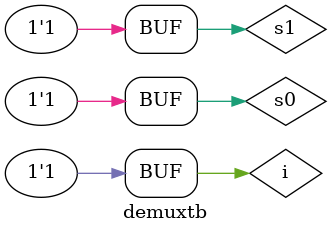
<source format=v>
module demuxtb;
reg s0,s1,i;
wire y0,y1,y2,y3;
demux d(.s0(s0),.s1(s1),.i(i),.y0(y0),.y1(y1),.y2(y2),.y3(y3));
initial begin
$dumpfile("demuxx");
$dumpvars;
$monitor ($time,"s0=%b,s1=%b,i=%b,y0=%b,y1=%b,y2=%b,y3=%b",s0,s1,i,y0,y1,y2,y3);
	s1=0;s0 =0;i=1;
#5 	s1=0;s0 =1;i=1;
#5	s1=1;s0 =0;i=1;
#5 	s1=1;s0 =1;i=1;
end
endmodule

</source>
